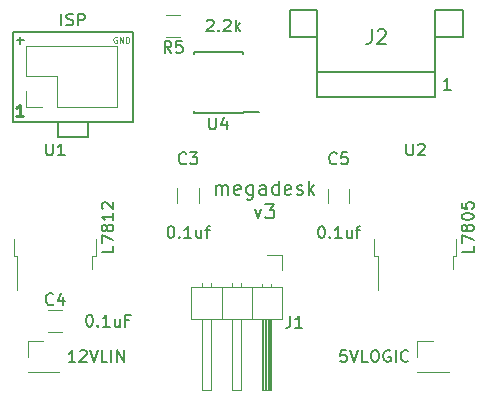
<source format=gbr>
G04 #@! TF.GenerationSoftware,KiCad,Pcbnew,(5.0.2)-1*
G04 #@! TF.CreationDate,2019-02-13T20:53:48-05:00*
G04 #@! TF.ProjectId,megadesk,6d656761-6465-4736-9b2e-6b696361645f,rev?*
G04 #@! TF.SameCoordinates,Original*
G04 #@! TF.FileFunction,Legend,Top*
G04 #@! TF.FilePolarity,Positive*
%FSLAX46Y46*%
G04 Gerber Fmt 4.6, Leading zero omitted, Abs format (unit mm)*
G04 Created by KiCad (PCBNEW (5.0.2)-1) date 2/13/2019 8:53:48 PM*
%MOMM*%
%LPD*%
G01*
G04 APERTURE LIST*
%ADD10C,0.100000*%
%ADD11C,0.250000*%
%ADD12C,0.200000*%
%ADD13C,0.150000*%
%ADD14C,0.120000*%
G04 APERTURE END LIST*
D10*
X108919047Y-107550000D02*
X108871428Y-107526190D01*
X108800000Y-107526190D01*
X108728571Y-107550000D01*
X108680952Y-107597619D01*
X108657142Y-107645238D01*
X108633333Y-107740476D01*
X108633333Y-107811904D01*
X108657142Y-107907142D01*
X108680952Y-107954761D01*
X108728571Y-108002380D01*
X108800000Y-108026190D01*
X108847619Y-108026190D01*
X108919047Y-108002380D01*
X108942857Y-107978571D01*
X108942857Y-107811904D01*
X108847619Y-107811904D01*
X109157142Y-108026190D02*
X109157142Y-107526190D01*
X109442857Y-108026190D01*
X109442857Y-107526190D01*
X109680952Y-108026190D02*
X109680952Y-107526190D01*
X109800000Y-107526190D01*
X109871428Y-107550000D01*
X109919047Y-107597619D01*
X109942857Y-107645238D01*
X109966666Y-107740476D01*
X109966666Y-107811904D01*
X109942857Y-107907142D01*
X109919047Y-107954761D01*
X109871428Y-108002380D01*
X109800000Y-108026190D01*
X109680952Y-108026190D01*
D11*
X100985714Y-114252380D02*
X100414285Y-114252380D01*
X100700000Y-114252380D02*
X100700000Y-113252380D01*
X100604761Y-113395238D01*
X100509523Y-113490476D01*
X100414285Y-113538095D01*
D12*
X117307142Y-120892857D02*
X117307142Y-120092857D01*
X117307142Y-120207142D02*
X117364285Y-120150000D01*
X117478571Y-120092857D01*
X117650000Y-120092857D01*
X117764285Y-120150000D01*
X117821428Y-120264285D01*
X117821428Y-120892857D01*
X117821428Y-120264285D02*
X117878571Y-120150000D01*
X117992857Y-120092857D01*
X118164285Y-120092857D01*
X118278571Y-120150000D01*
X118335714Y-120264285D01*
X118335714Y-120892857D01*
X119364285Y-120835714D02*
X119250000Y-120892857D01*
X119021428Y-120892857D01*
X118907142Y-120835714D01*
X118850000Y-120721428D01*
X118850000Y-120264285D01*
X118907142Y-120150000D01*
X119021428Y-120092857D01*
X119250000Y-120092857D01*
X119364285Y-120150000D01*
X119421428Y-120264285D01*
X119421428Y-120378571D01*
X118850000Y-120492857D01*
X120450000Y-120092857D02*
X120450000Y-121064285D01*
X120392857Y-121178571D01*
X120335714Y-121235714D01*
X120221428Y-121292857D01*
X120050000Y-121292857D01*
X119935714Y-121235714D01*
X120450000Y-120835714D02*
X120335714Y-120892857D01*
X120107142Y-120892857D01*
X119992857Y-120835714D01*
X119935714Y-120778571D01*
X119878571Y-120664285D01*
X119878571Y-120321428D01*
X119935714Y-120207142D01*
X119992857Y-120150000D01*
X120107142Y-120092857D01*
X120335714Y-120092857D01*
X120450000Y-120150000D01*
X121535714Y-120892857D02*
X121535714Y-120264285D01*
X121478571Y-120150000D01*
X121364285Y-120092857D01*
X121135714Y-120092857D01*
X121021428Y-120150000D01*
X121535714Y-120835714D02*
X121421428Y-120892857D01*
X121135714Y-120892857D01*
X121021428Y-120835714D01*
X120964285Y-120721428D01*
X120964285Y-120607142D01*
X121021428Y-120492857D01*
X121135714Y-120435714D01*
X121421428Y-120435714D01*
X121535714Y-120378571D01*
X122621428Y-120892857D02*
X122621428Y-119692857D01*
X122621428Y-120835714D02*
X122507142Y-120892857D01*
X122278571Y-120892857D01*
X122164285Y-120835714D01*
X122107142Y-120778571D01*
X122050000Y-120664285D01*
X122050000Y-120321428D01*
X122107142Y-120207142D01*
X122164285Y-120150000D01*
X122278571Y-120092857D01*
X122507142Y-120092857D01*
X122621428Y-120150000D01*
X123650000Y-120835714D02*
X123535714Y-120892857D01*
X123307142Y-120892857D01*
X123192857Y-120835714D01*
X123135714Y-120721428D01*
X123135714Y-120264285D01*
X123192857Y-120150000D01*
X123307142Y-120092857D01*
X123535714Y-120092857D01*
X123650000Y-120150000D01*
X123707142Y-120264285D01*
X123707142Y-120378571D01*
X123135714Y-120492857D01*
X124164285Y-120835714D02*
X124278571Y-120892857D01*
X124507142Y-120892857D01*
X124621428Y-120835714D01*
X124678571Y-120721428D01*
X124678571Y-120664285D01*
X124621428Y-120550000D01*
X124507142Y-120492857D01*
X124335714Y-120492857D01*
X124221428Y-120435714D01*
X124164285Y-120321428D01*
X124164285Y-120264285D01*
X124221428Y-120150000D01*
X124335714Y-120092857D01*
X124507142Y-120092857D01*
X124621428Y-120150000D01*
X125192857Y-120892857D02*
X125192857Y-119692857D01*
X125307142Y-120435714D02*
X125650000Y-120892857D01*
X125650000Y-120092857D02*
X125192857Y-120550000D01*
X120592857Y-122092857D02*
X120878571Y-122892857D01*
X121164285Y-122092857D01*
X121507142Y-121692857D02*
X122250000Y-121692857D01*
X121850000Y-122150000D01*
X122021428Y-122150000D01*
X122135714Y-122207142D01*
X122192857Y-122264285D01*
X122250000Y-122378571D01*
X122250000Y-122664285D01*
X122192857Y-122778571D01*
X122135714Y-122835714D01*
X122021428Y-122892857D01*
X121678571Y-122892857D01*
X121564285Y-122835714D01*
X121507142Y-122778571D01*
X103920000Y-116015342D02*
X103920000Y-114745342D01*
X106460000Y-116015342D02*
X103920000Y-116015342D01*
X106460000Y-114745342D02*
X106460000Y-116015342D01*
X100110000Y-107125342D02*
X110270000Y-107125342D01*
X100110000Y-114745342D02*
X100110000Y-107125342D01*
X110270000Y-114745342D02*
X100110000Y-114745342D01*
X110270000Y-107125342D02*
X110270000Y-114745342D01*
X100757142Y-108104761D02*
X100757142Y-107495238D01*
X101061904Y-107800000D02*
X100452380Y-107800000D01*
D13*
G04 #@! TO.C,J2*
X135900000Y-112625000D02*
X125900000Y-112625000D01*
X135900000Y-110475000D02*
X125900000Y-110475000D01*
X135900000Y-110475000D02*
X135900000Y-105250000D01*
X125900000Y-110475000D02*
X125900000Y-105250000D01*
X135900000Y-105250000D02*
X138250000Y-105250000D01*
X125900000Y-105250000D02*
X123550000Y-105250000D01*
X138250000Y-105250000D02*
X138250000Y-107500000D01*
X123550000Y-105250000D02*
X123550000Y-107500000D01*
X138250000Y-107500000D02*
X135900000Y-107500000D01*
X123550000Y-107500000D02*
X125900000Y-107500000D01*
X135900000Y-107500000D02*
X135900000Y-112625000D01*
X125900000Y-107500000D02*
X125900000Y-112625000D01*
D14*
G04 #@! TO.C,U2*
X130725000Y-124595000D02*
X130725000Y-126095000D01*
X130725000Y-126095000D02*
X130995000Y-126095000D01*
X130995000Y-126095000D02*
X130995000Y-128925000D01*
X137625000Y-124595000D02*
X137625000Y-126095000D01*
X137625000Y-126095000D02*
X137355000Y-126095000D01*
X137355000Y-126095000D02*
X137355000Y-127195000D01*
G04 #@! TO.C,U1*
X100225000Y-124595000D02*
X100225000Y-126095000D01*
X100225000Y-126095000D02*
X100495000Y-126095000D01*
X100495000Y-126095000D02*
X100495000Y-128925000D01*
X107125000Y-124595000D02*
X107125000Y-126095000D01*
X107125000Y-126095000D02*
X106855000Y-126095000D01*
X106855000Y-126095000D02*
X106855000Y-127195000D01*
G04 #@! TO.C,J1*
X122930000Y-128740000D02*
X115190000Y-128740000D01*
X115190000Y-128740000D02*
X115190000Y-131400000D01*
X115190000Y-131400000D02*
X122930000Y-131400000D01*
X122930000Y-131400000D02*
X122930000Y-128740000D01*
X121980000Y-131400000D02*
X121980000Y-137400000D01*
X121980000Y-137400000D02*
X121220000Y-137400000D01*
X121220000Y-137400000D02*
X121220000Y-131400000D01*
X121920000Y-131400000D02*
X121920000Y-137400000D01*
X121800000Y-131400000D02*
X121800000Y-137400000D01*
X121680000Y-131400000D02*
X121680000Y-137400000D01*
X121560000Y-131400000D02*
X121560000Y-137400000D01*
X121440000Y-131400000D02*
X121440000Y-137400000D01*
X121320000Y-131400000D02*
X121320000Y-137400000D01*
X121980000Y-128410000D02*
X121980000Y-128740000D01*
X121220000Y-128410000D02*
X121220000Y-128740000D01*
X120330000Y-128740000D02*
X120330000Y-131400000D01*
X119440000Y-131400000D02*
X119440000Y-137400000D01*
X119440000Y-137400000D02*
X118680000Y-137400000D01*
X118680000Y-137400000D02*
X118680000Y-131400000D01*
X119440000Y-128342929D02*
X119440000Y-128740000D01*
X118680000Y-128342929D02*
X118680000Y-128740000D01*
X117790000Y-128740000D02*
X117790000Y-131400000D01*
X116900000Y-131400000D02*
X116900000Y-137400000D01*
X116900000Y-137400000D02*
X116140000Y-137400000D01*
X116140000Y-137400000D02*
X116140000Y-131400000D01*
X116900000Y-128342929D02*
X116900000Y-128740000D01*
X116140000Y-128342929D02*
X116140000Y-128740000D01*
X121600000Y-126030000D02*
X122870000Y-126030000D01*
X122870000Y-126030000D02*
X122870000Y-127300000D01*
D13*
G04 #@! TO.C,U4*
X119575000Y-113975000D02*
X119575000Y-113925000D01*
X115425000Y-113975000D02*
X115425000Y-113830000D01*
X115425000Y-108825000D02*
X115425000Y-108970000D01*
X119575000Y-108825000D02*
X119575000Y-108970000D01*
X119575000Y-113975000D02*
X115425000Y-113975000D01*
X119575000Y-108825000D02*
X115425000Y-108825000D01*
X119575000Y-113925000D02*
X120975000Y-113925000D01*
D14*
G04 #@! TO.C,TP2*
X101370000Y-135930000D02*
X104030000Y-135930000D01*
X101370000Y-135870000D02*
X101370000Y-135930000D01*
X104030000Y-135870000D02*
X104030000Y-135930000D01*
X101370000Y-135870000D02*
X104030000Y-135870000D01*
X101370000Y-134600000D02*
X101370000Y-133270000D01*
X101370000Y-133270000D02*
X102700000Y-133270000D01*
G04 #@! TO.C,TP1*
X134370000Y-135930000D02*
X137030000Y-135930000D01*
X134370000Y-135870000D02*
X134370000Y-135930000D01*
X137030000Y-135870000D02*
X137030000Y-135930000D01*
X134370000Y-135870000D02*
X137030000Y-135870000D01*
X134370000Y-134600000D02*
X134370000Y-133270000D01*
X134370000Y-133270000D02*
X135700000Y-133270000D01*
G04 #@! TO.C,CON1*
X108970000Y-113470000D02*
X108970000Y-108270000D01*
X103830000Y-113470000D02*
X108970000Y-113470000D01*
X101230000Y-108270000D02*
X108970000Y-108270000D01*
X103830000Y-113470000D02*
X103830000Y-110870000D01*
X103830000Y-110870000D02*
X101230000Y-110870000D01*
X101230000Y-110870000D02*
X101230000Y-108270000D01*
X102560000Y-113470000D02*
X101230000Y-113470000D01*
X101230000Y-113470000D02*
X101230000Y-112140000D01*
G04 #@! TO.C,C3*
X114040000Y-120347936D02*
X114040000Y-121552064D01*
X115860000Y-120347936D02*
X115860000Y-121552064D01*
G04 #@! TO.C,C4*
X103097936Y-132510000D02*
X104302064Y-132510000D01*
X103097936Y-130690000D02*
X104302064Y-130690000D01*
G04 #@! TO.C,C5*
X128610000Y-121602064D02*
X128610000Y-120397936D01*
X126790000Y-121602064D02*
X126790000Y-120397936D01*
G04 #@! TO.C,R5*
X114302064Y-105690000D02*
X113097936Y-105690000D01*
X114302064Y-107510000D02*
X113097936Y-107510000D01*
G04 #@! TO.C,J2*
D13*
X130500000Y-106892857D02*
X130500000Y-107750000D01*
X130442857Y-107921428D01*
X130328571Y-108035714D01*
X130157142Y-108092857D01*
X130042857Y-108092857D01*
X131014285Y-107007142D02*
X131071428Y-106950000D01*
X131185714Y-106892857D01*
X131471428Y-106892857D01*
X131585714Y-106950000D01*
X131642857Y-107007142D01*
X131700000Y-107121428D01*
X131700000Y-107235714D01*
X131642857Y-107407142D01*
X130957142Y-108092857D01*
X131700000Y-108092857D01*
X137185714Y-112002380D02*
X136614285Y-112002380D01*
X136900000Y-112002380D02*
X136900000Y-111002380D01*
X136804761Y-111145238D01*
X136709523Y-111240476D01*
X136614285Y-111288095D01*
G04 #@! TO.C,U2*
X133438095Y-116552380D02*
X133438095Y-117361904D01*
X133485714Y-117457142D01*
X133533333Y-117504761D01*
X133628571Y-117552380D01*
X133819047Y-117552380D01*
X133914285Y-117504761D01*
X133961904Y-117457142D01*
X134009523Y-117361904D01*
X134009523Y-116552380D01*
X134438095Y-116647619D02*
X134485714Y-116600000D01*
X134580952Y-116552380D01*
X134819047Y-116552380D01*
X134914285Y-116600000D01*
X134961904Y-116647619D01*
X135009523Y-116742857D01*
X135009523Y-116838095D01*
X134961904Y-116980952D01*
X134390476Y-117552380D01*
X135009523Y-117552380D01*
X139127380Y-125220238D02*
X139127380Y-125696428D01*
X138127380Y-125696428D01*
X138127380Y-124982142D02*
X138127380Y-124315476D01*
X139127380Y-124744047D01*
X138555952Y-123791666D02*
X138508333Y-123886904D01*
X138460714Y-123934523D01*
X138365476Y-123982142D01*
X138317857Y-123982142D01*
X138222619Y-123934523D01*
X138175000Y-123886904D01*
X138127380Y-123791666D01*
X138127380Y-123601190D01*
X138175000Y-123505952D01*
X138222619Y-123458333D01*
X138317857Y-123410714D01*
X138365476Y-123410714D01*
X138460714Y-123458333D01*
X138508333Y-123505952D01*
X138555952Y-123601190D01*
X138555952Y-123791666D01*
X138603571Y-123886904D01*
X138651190Y-123934523D01*
X138746428Y-123982142D01*
X138936904Y-123982142D01*
X139032142Y-123934523D01*
X139079761Y-123886904D01*
X139127380Y-123791666D01*
X139127380Y-123601190D01*
X139079761Y-123505952D01*
X139032142Y-123458333D01*
X138936904Y-123410714D01*
X138746428Y-123410714D01*
X138651190Y-123458333D01*
X138603571Y-123505952D01*
X138555952Y-123601190D01*
X138127380Y-122791666D02*
X138127380Y-122696428D01*
X138175000Y-122601190D01*
X138222619Y-122553571D01*
X138317857Y-122505952D01*
X138508333Y-122458333D01*
X138746428Y-122458333D01*
X138936904Y-122505952D01*
X139032142Y-122553571D01*
X139079761Y-122601190D01*
X139127380Y-122696428D01*
X139127380Y-122791666D01*
X139079761Y-122886904D01*
X139032142Y-122934523D01*
X138936904Y-122982142D01*
X138746428Y-123029761D01*
X138508333Y-123029761D01*
X138317857Y-122982142D01*
X138222619Y-122934523D01*
X138175000Y-122886904D01*
X138127380Y-122791666D01*
X138127380Y-121553571D02*
X138127380Y-122029761D01*
X138603571Y-122077380D01*
X138555952Y-122029761D01*
X138508333Y-121934523D01*
X138508333Y-121696428D01*
X138555952Y-121601190D01*
X138603571Y-121553571D01*
X138698809Y-121505952D01*
X138936904Y-121505952D01*
X139032142Y-121553571D01*
X139079761Y-121601190D01*
X139127380Y-121696428D01*
X139127380Y-121934523D01*
X139079761Y-122029761D01*
X139032142Y-122077380D01*
G04 #@! TO.C,U1*
X102938095Y-116552380D02*
X102938095Y-117361904D01*
X102985714Y-117457142D01*
X103033333Y-117504761D01*
X103128571Y-117552380D01*
X103319047Y-117552380D01*
X103414285Y-117504761D01*
X103461904Y-117457142D01*
X103509523Y-117361904D01*
X103509523Y-116552380D01*
X104509523Y-117552380D02*
X103938095Y-117552380D01*
X104223809Y-117552380D02*
X104223809Y-116552380D01*
X104128571Y-116695238D01*
X104033333Y-116790476D01*
X103938095Y-116838095D01*
X108627380Y-125220238D02*
X108627380Y-125696428D01*
X107627380Y-125696428D01*
X107627380Y-124982142D02*
X107627380Y-124315476D01*
X108627380Y-124744047D01*
X108055952Y-123791666D02*
X108008333Y-123886904D01*
X107960714Y-123934523D01*
X107865476Y-123982142D01*
X107817857Y-123982142D01*
X107722619Y-123934523D01*
X107675000Y-123886904D01*
X107627380Y-123791666D01*
X107627380Y-123601190D01*
X107675000Y-123505952D01*
X107722619Y-123458333D01*
X107817857Y-123410714D01*
X107865476Y-123410714D01*
X107960714Y-123458333D01*
X108008333Y-123505952D01*
X108055952Y-123601190D01*
X108055952Y-123791666D01*
X108103571Y-123886904D01*
X108151190Y-123934523D01*
X108246428Y-123982142D01*
X108436904Y-123982142D01*
X108532142Y-123934523D01*
X108579761Y-123886904D01*
X108627380Y-123791666D01*
X108627380Y-123601190D01*
X108579761Y-123505952D01*
X108532142Y-123458333D01*
X108436904Y-123410714D01*
X108246428Y-123410714D01*
X108151190Y-123458333D01*
X108103571Y-123505952D01*
X108055952Y-123601190D01*
X108627380Y-122458333D02*
X108627380Y-123029761D01*
X108627380Y-122744047D02*
X107627380Y-122744047D01*
X107770238Y-122839285D01*
X107865476Y-122934523D01*
X107913095Y-123029761D01*
X107722619Y-122077380D02*
X107675000Y-122029761D01*
X107627380Y-121934523D01*
X107627380Y-121696428D01*
X107675000Y-121601190D01*
X107722619Y-121553571D01*
X107817857Y-121505952D01*
X107913095Y-121505952D01*
X108055952Y-121553571D01*
X108627380Y-122125000D01*
X108627380Y-121505952D01*
G04 #@! TO.C,J1*
X123616666Y-131137380D02*
X123616666Y-131851666D01*
X123569047Y-131994523D01*
X123473809Y-132089761D01*
X123330952Y-132137380D01*
X123235714Y-132137380D01*
X124616666Y-132137380D02*
X124045238Y-132137380D01*
X124330952Y-132137380D02*
X124330952Y-131137380D01*
X124235714Y-131280238D01*
X124140476Y-131375476D01*
X124045238Y-131423095D01*
G04 #@! TO.C,U4*
X116738095Y-114352380D02*
X116738095Y-115161904D01*
X116785714Y-115257142D01*
X116833333Y-115304761D01*
X116928571Y-115352380D01*
X117119047Y-115352380D01*
X117214285Y-115304761D01*
X117261904Y-115257142D01*
X117309523Y-115161904D01*
X117309523Y-114352380D01*
X118214285Y-114685714D02*
X118214285Y-115352380D01*
X117976190Y-114304761D02*
X117738095Y-115019047D01*
X118357142Y-115019047D01*
G04 #@! TO.C,TP2*
X105414285Y-135052380D02*
X104842857Y-135052380D01*
X105128571Y-135052380D02*
X105128571Y-134052380D01*
X105033333Y-134195238D01*
X104938095Y-134290476D01*
X104842857Y-134338095D01*
X105795238Y-134147619D02*
X105842857Y-134100000D01*
X105938095Y-134052380D01*
X106176190Y-134052380D01*
X106271428Y-134100000D01*
X106319047Y-134147619D01*
X106366666Y-134242857D01*
X106366666Y-134338095D01*
X106319047Y-134480952D01*
X105747619Y-135052380D01*
X106366666Y-135052380D01*
X106652380Y-134052380D02*
X106985714Y-135052380D01*
X107319047Y-134052380D01*
X108128571Y-135052380D02*
X107652380Y-135052380D01*
X107652380Y-134052380D01*
X108461904Y-135052380D02*
X108461904Y-134052380D01*
X108938095Y-135052380D02*
X108938095Y-134052380D01*
X109509523Y-135052380D01*
X109509523Y-134052380D01*
G04 #@! TO.C,TP1*
X128342857Y-134052380D02*
X127866666Y-134052380D01*
X127819047Y-134528571D01*
X127866666Y-134480952D01*
X127961904Y-134433333D01*
X128200000Y-134433333D01*
X128295238Y-134480952D01*
X128342857Y-134528571D01*
X128390476Y-134623809D01*
X128390476Y-134861904D01*
X128342857Y-134957142D01*
X128295238Y-135004761D01*
X128200000Y-135052380D01*
X127961904Y-135052380D01*
X127866666Y-135004761D01*
X127819047Y-134957142D01*
X128676190Y-134052380D02*
X129009523Y-135052380D01*
X129342857Y-134052380D01*
X130152380Y-135052380D02*
X129676190Y-135052380D01*
X129676190Y-134052380D01*
X130676190Y-134052380D02*
X130866666Y-134052380D01*
X130961904Y-134100000D01*
X131057142Y-134195238D01*
X131104761Y-134385714D01*
X131104761Y-134719047D01*
X131057142Y-134909523D01*
X130961904Y-135004761D01*
X130866666Y-135052380D01*
X130676190Y-135052380D01*
X130580952Y-135004761D01*
X130485714Y-134909523D01*
X130438095Y-134719047D01*
X130438095Y-134385714D01*
X130485714Y-134195238D01*
X130580952Y-134100000D01*
X130676190Y-134052380D01*
X132057142Y-134100000D02*
X131961904Y-134052380D01*
X131819047Y-134052380D01*
X131676190Y-134100000D01*
X131580952Y-134195238D01*
X131533333Y-134290476D01*
X131485714Y-134480952D01*
X131485714Y-134623809D01*
X131533333Y-134814285D01*
X131580952Y-134909523D01*
X131676190Y-135004761D01*
X131819047Y-135052380D01*
X131914285Y-135052380D01*
X132057142Y-135004761D01*
X132104761Y-134957142D01*
X132104761Y-134623809D01*
X131914285Y-134623809D01*
X132533333Y-135052380D02*
X132533333Y-134052380D01*
X133580952Y-134957142D02*
X133533333Y-135004761D01*
X133390476Y-135052380D01*
X133295238Y-135052380D01*
X133152380Y-135004761D01*
X133057142Y-134909523D01*
X133009523Y-134814285D01*
X132961904Y-134623809D01*
X132961904Y-134480952D01*
X133009523Y-134290476D01*
X133057142Y-134195238D01*
X133152380Y-134100000D01*
X133295238Y-134052380D01*
X133390476Y-134052380D01*
X133533333Y-134100000D01*
X133580952Y-134147619D01*
G04 #@! TO.C,CON1*
X104223809Y-106552380D02*
X104223809Y-105552380D01*
X104652380Y-106504761D02*
X104795238Y-106552380D01*
X105033333Y-106552380D01*
X105128571Y-106504761D01*
X105176190Y-106457142D01*
X105223809Y-106361904D01*
X105223809Y-106266666D01*
X105176190Y-106171428D01*
X105128571Y-106123809D01*
X105033333Y-106076190D01*
X104842857Y-106028571D01*
X104747619Y-105980952D01*
X104700000Y-105933333D01*
X104652380Y-105838095D01*
X104652380Y-105742857D01*
X104700000Y-105647619D01*
X104747619Y-105600000D01*
X104842857Y-105552380D01*
X105080952Y-105552380D01*
X105223809Y-105600000D01*
X105652380Y-106552380D02*
X105652380Y-105552380D01*
X106033333Y-105552380D01*
X106128571Y-105600000D01*
X106176190Y-105647619D01*
X106223809Y-105742857D01*
X106223809Y-105885714D01*
X106176190Y-105980952D01*
X106128571Y-106028571D01*
X106033333Y-106076190D01*
X105652380Y-106076190D01*
G04 #@! TO.C,C3*
X114783333Y-118207142D02*
X114735714Y-118254761D01*
X114592857Y-118302380D01*
X114497619Y-118302380D01*
X114354761Y-118254761D01*
X114259523Y-118159523D01*
X114211904Y-118064285D01*
X114164285Y-117873809D01*
X114164285Y-117730952D01*
X114211904Y-117540476D01*
X114259523Y-117445238D01*
X114354761Y-117350000D01*
X114497619Y-117302380D01*
X114592857Y-117302380D01*
X114735714Y-117350000D01*
X114783333Y-117397619D01*
X115116666Y-117302380D02*
X115735714Y-117302380D01*
X115402380Y-117683333D01*
X115545238Y-117683333D01*
X115640476Y-117730952D01*
X115688095Y-117778571D01*
X115735714Y-117873809D01*
X115735714Y-118111904D01*
X115688095Y-118207142D01*
X115640476Y-118254761D01*
X115545238Y-118302380D01*
X115259523Y-118302380D01*
X115164285Y-118254761D01*
X115116666Y-118207142D01*
X113450000Y-123552380D02*
X113545238Y-123552380D01*
X113640476Y-123600000D01*
X113688095Y-123647619D01*
X113735714Y-123742857D01*
X113783333Y-123933333D01*
X113783333Y-124171428D01*
X113735714Y-124361904D01*
X113688095Y-124457142D01*
X113640476Y-124504761D01*
X113545238Y-124552380D01*
X113450000Y-124552380D01*
X113354761Y-124504761D01*
X113307142Y-124457142D01*
X113259523Y-124361904D01*
X113211904Y-124171428D01*
X113211904Y-123933333D01*
X113259523Y-123742857D01*
X113307142Y-123647619D01*
X113354761Y-123600000D01*
X113450000Y-123552380D01*
X114211904Y-124457142D02*
X114259523Y-124504761D01*
X114211904Y-124552380D01*
X114164285Y-124504761D01*
X114211904Y-124457142D01*
X114211904Y-124552380D01*
X115211904Y-124552380D02*
X114640476Y-124552380D01*
X114926190Y-124552380D02*
X114926190Y-123552380D01*
X114830952Y-123695238D01*
X114735714Y-123790476D01*
X114640476Y-123838095D01*
X116069047Y-123885714D02*
X116069047Y-124552380D01*
X115640476Y-123885714D02*
X115640476Y-124409523D01*
X115688095Y-124504761D01*
X115783333Y-124552380D01*
X115926190Y-124552380D01*
X116021428Y-124504761D01*
X116069047Y-124457142D01*
X116402380Y-123885714D02*
X116783333Y-123885714D01*
X116545238Y-124552380D02*
X116545238Y-123695238D01*
X116592857Y-123600000D01*
X116688095Y-123552380D01*
X116783333Y-123552380D01*
G04 #@! TO.C,C4*
X103533333Y-130137142D02*
X103485714Y-130184761D01*
X103342857Y-130232380D01*
X103247619Y-130232380D01*
X103104761Y-130184761D01*
X103009523Y-130089523D01*
X102961904Y-129994285D01*
X102914285Y-129803809D01*
X102914285Y-129660952D01*
X102961904Y-129470476D01*
X103009523Y-129375238D01*
X103104761Y-129280000D01*
X103247619Y-129232380D01*
X103342857Y-129232380D01*
X103485714Y-129280000D01*
X103533333Y-129327619D01*
X104390476Y-129565714D02*
X104390476Y-130232380D01*
X104152380Y-129184761D02*
X103914285Y-129899047D01*
X104533333Y-129899047D01*
X106557142Y-131052380D02*
X106652380Y-131052380D01*
X106747619Y-131100000D01*
X106795238Y-131147619D01*
X106842857Y-131242857D01*
X106890476Y-131433333D01*
X106890476Y-131671428D01*
X106842857Y-131861904D01*
X106795238Y-131957142D01*
X106747619Y-132004761D01*
X106652380Y-132052380D01*
X106557142Y-132052380D01*
X106461904Y-132004761D01*
X106414285Y-131957142D01*
X106366666Y-131861904D01*
X106319047Y-131671428D01*
X106319047Y-131433333D01*
X106366666Y-131242857D01*
X106414285Y-131147619D01*
X106461904Y-131100000D01*
X106557142Y-131052380D01*
X107319047Y-131957142D02*
X107366666Y-132004761D01*
X107319047Y-132052380D01*
X107271428Y-132004761D01*
X107319047Y-131957142D01*
X107319047Y-132052380D01*
X108319047Y-132052380D02*
X107747619Y-132052380D01*
X108033333Y-132052380D02*
X108033333Y-131052380D01*
X107938095Y-131195238D01*
X107842857Y-131290476D01*
X107747619Y-131338095D01*
X109176190Y-131385714D02*
X109176190Y-132052380D01*
X108747619Y-131385714D02*
X108747619Y-131909523D01*
X108795238Y-132004761D01*
X108890476Y-132052380D01*
X109033333Y-132052380D01*
X109128571Y-132004761D01*
X109176190Y-131957142D01*
X109985714Y-131528571D02*
X109652380Y-131528571D01*
X109652380Y-132052380D02*
X109652380Y-131052380D01*
X110128571Y-131052380D01*
G04 #@! TO.C,C5*
X127533333Y-118207142D02*
X127485714Y-118254761D01*
X127342857Y-118302380D01*
X127247619Y-118302380D01*
X127104761Y-118254761D01*
X127009523Y-118159523D01*
X126961904Y-118064285D01*
X126914285Y-117873809D01*
X126914285Y-117730952D01*
X126961904Y-117540476D01*
X127009523Y-117445238D01*
X127104761Y-117350000D01*
X127247619Y-117302380D01*
X127342857Y-117302380D01*
X127485714Y-117350000D01*
X127533333Y-117397619D01*
X128438095Y-117302380D02*
X127961904Y-117302380D01*
X127914285Y-117778571D01*
X127961904Y-117730952D01*
X128057142Y-117683333D01*
X128295238Y-117683333D01*
X128390476Y-117730952D01*
X128438095Y-117778571D01*
X128485714Y-117873809D01*
X128485714Y-118111904D01*
X128438095Y-118207142D01*
X128390476Y-118254761D01*
X128295238Y-118302380D01*
X128057142Y-118302380D01*
X127961904Y-118254761D01*
X127914285Y-118207142D01*
X126200000Y-123552380D02*
X126295238Y-123552380D01*
X126390476Y-123600000D01*
X126438095Y-123647619D01*
X126485714Y-123742857D01*
X126533333Y-123933333D01*
X126533333Y-124171428D01*
X126485714Y-124361904D01*
X126438095Y-124457142D01*
X126390476Y-124504761D01*
X126295238Y-124552380D01*
X126200000Y-124552380D01*
X126104761Y-124504761D01*
X126057142Y-124457142D01*
X126009523Y-124361904D01*
X125961904Y-124171428D01*
X125961904Y-123933333D01*
X126009523Y-123742857D01*
X126057142Y-123647619D01*
X126104761Y-123600000D01*
X126200000Y-123552380D01*
X126961904Y-124457142D02*
X127009523Y-124504761D01*
X126961904Y-124552380D01*
X126914285Y-124504761D01*
X126961904Y-124457142D01*
X126961904Y-124552380D01*
X127961904Y-124552380D02*
X127390476Y-124552380D01*
X127676190Y-124552380D02*
X127676190Y-123552380D01*
X127580952Y-123695238D01*
X127485714Y-123790476D01*
X127390476Y-123838095D01*
X128819047Y-123885714D02*
X128819047Y-124552380D01*
X128390476Y-123885714D02*
X128390476Y-124409523D01*
X128438095Y-124504761D01*
X128533333Y-124552380D01*
X128676190Y-124552380D01*
X128771428Y-124504761D01*
X128819047Y-124457142D01*
X129152380Y-123885714D02*
X129533333Y-123885714D01*
X129295238Y-124552380D02*
X129295238Y-123695238D01*
X129342857Y-123600000D01*
X129438095Y-123552380D01*
X129533333Y-123552380D01*
G04 #@! TO.C,R5*
X113533333Y-108872380D02*
X113200000Y-108396190D01*
X112961904Y-108872380D02*
X112961904Y-107872380D01*
X113342857Y-107872380D01*
X113438095Y-107920000D01*
X113485714Y-107967619D01*
X113533333Y-108062857D01*
X113533333Y-108205714D01*
X113485714Y-108300952D01*
X113438095Y-108348571D01*
X113342857Y-108396190D01*
X112961904Y-108396190D01*
X114438095Y-107872380D02*
X113961904Y-107872380D01*
X113914285Y-108348571D01*
X113961904Y-108300952D01*
X114057142Y-108253333D01*
X114295238Y-108253333D01*
X114390476Y-108300952D01*
X114438095Y-108348571D01*
X114485714Y-108443809D01*
X114485714Y-108681904D01*
X114438095Y-108777142D01*
X114390476Y-108824761D01*
X114295238Y-108872380D01*
X114057142Y-108872380D01*
X113961904Y-108824761D01*
X113914285Y-108777142D01*
X116545238Y-106147619D02*
X116592857Y-106100000D01*
X116688095Y-106052380D01*
X116926190Y-106052380D01*
X117021428Y-106100000D01*
X117069047Y-106147619D01*
X117116666Y-106242857D01*
X117116666Y-106338095D01*
X117069047Y-106480952D01*
X116497619Y-107052380D01*
X117116666Y-107052380D01*
X117545238Y-106957142D02*
X117592857Y-107004761D01*
X117545238Y-107052380D01*
X117497619Y-107004761D01*
X117545238Y-106957142D01*
X117545238Y-107052380D01*
X117973809Y-106147619D02*
X118021428Y-106100000D01*
X118116666Y-106052380D01*
X118354761Y-106052380D01*
X118450000Y-106100000D01*
X118497619Y-106147619D01*
X118545238Y-106242857D01*
X118545238Y-106338095D01*
X118497619Y-106480952D01*
X117926190Y-107052380D01*
X118545238Y-107052380D01*
X118973809Y-107052380D02*
X118973809Y-106052380D01*
X119069047Y-106671428D02*
X119354761Y-107052380D01*
X119354761Y-106385714D02*
X118973809Y-106766666D01*
G04 #@! TD*
M02*

</source>
